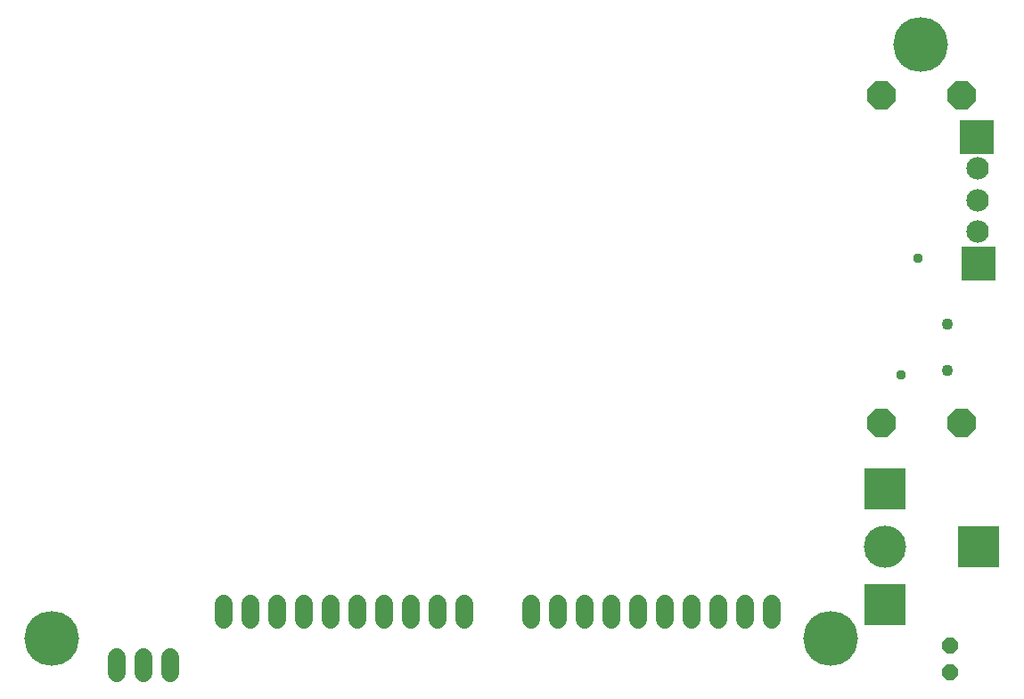
<source format=gbr>
G04 EAGLE Gerber RS-274X export*
G75*
%MOMM*%
%FSLAX34Y34*%
%LPD*%
%AMOC8*
5,1,8,0,0,1.08239X$1,22.5*%
G01*
%ADD10C,1.103200*%
%ADD11C,1.727200*%
%ADD12P,2.969212X8X22.500000*%
%ADD13P,1.649562X8X112.500000*%
%ADD14C,2.133600*%
%ADD15R,3.203200X3.203200*%
%ADD16C,4.013200*%
%ADD17R,4.013200X4.013200*%
%ADD18C,5.203200*%
%ADD19C,0.959600*%


D10*
X890754Y319818D03*
X890754Y363818D03*
D11*
X203200Y97790D02*
X203200Y82550D01*
X228600Y82550D02*
X228600Y97790D01*
X254000Y97790D02*
X254000Y82550D01*
X279400Y82550D02*
X279400Y97790D01*
X304800Y97790D02*
X304800Y82550D01*
X330200Y82550D02*
X330200Y97790D01*
X355600Y97790D02*
X355600Y82550D01*
X381000Y82550D02*
X381000Y97790D01*
X406400Y97790D02*
X406400Y82550D01*
X431800Y82550D02*
X431800Y97790D01*
X101600Y46990D02*
X101600Y31750D01*
X127000Y31750D02*
X127000Y46990D01*
X152400Y46990D02*
X152400Y31750D01*
D12*
X828040Y581152D03*
X904240Y581152D03*
X828040Y269748D03*
X904240Y269748D03*
D11*
X723900Y97790D02*
X723900Y82550D01*
X698500Y82550D02*
X698500Y97790D01*
X673100Y97790D02*
X673100Y82550D01*
X647700Y82550D02*
X647700Y97790D01*
X622300Y97790D02*
X622300Y82550D01*
X596900Y82550D02*
X596900Y97790D01*
X571500Y97790D02*
X571500Y82550D01*
X546100Y82550D02*
X546100Y97790D01*
X520700Y97790D02*
X520700Y82550D01*
X495300Y82550D02*
X495300Y97790D01*
D13*
X893064Y33020D03*
X893064Y58420D03*
D14*
X919480Y451584D03*
X919480Y511584D03*
X919640Y481584D03*
D15*
X920496Y421584D03*
X918972Y541584D03*
D16*
X831596Y152400D03*
D17*
X831596Y97400D03*
X831596Y207400D03*
X920496Y152400D03*
D18*
X865000Y630000D03*
X40000Y65000D03*
X780000Y65000D03*
D19*
X847090Y315722D03*
X862584Y426720D03*
M02*

</source>
